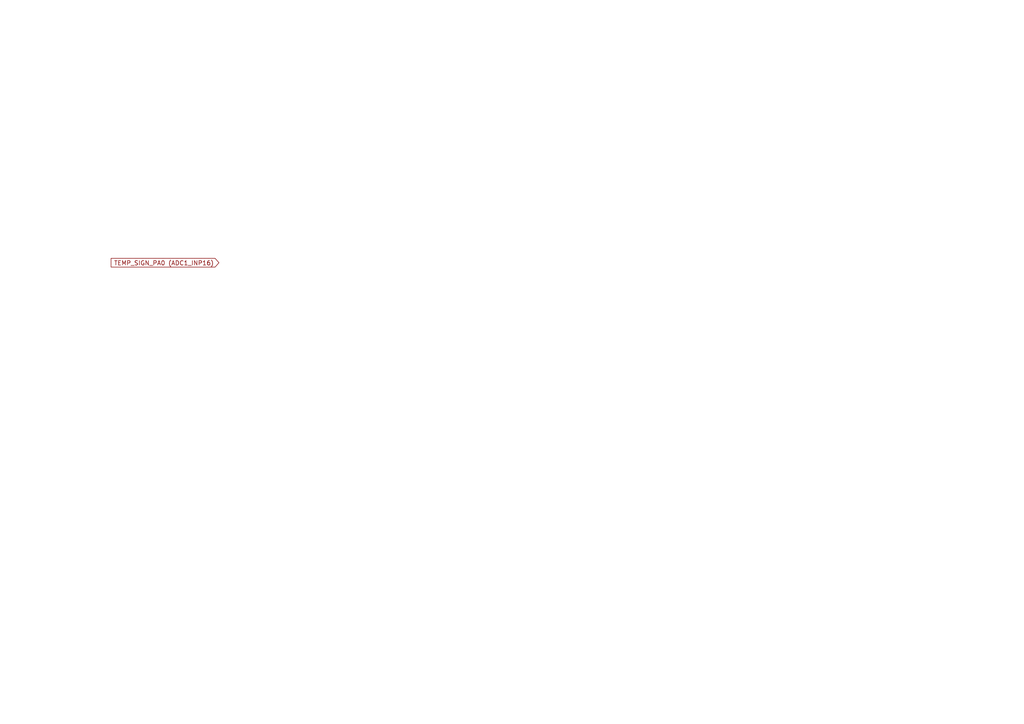
<source format=kicad_sch>
(kicad_sch
	(version 20250114)
	(generator "eeschema")
	(generator_version "9.0")
	(uuid "23c12695-7310-48a6-9ffc-13542a923e5c")
	(paper "A4")
	(lib_symbols)
	(global_label "TEMP_SIGN_PA0 (ADC1_INP16)"
		(shape input)
		(at 63.5 76.2 180)
		(fields_autoplaced yes)
		(effects
			(font
				(size 1.27 1.27)
			)
			(justify right)
		)
		(uuid "a65a7e96-db58-4649-843f-53ac2b828c8a")
		(property "Intersheetrefs" "${INTERSHEET_REFS}"
			(at 31.6677 76.2 0)
			(effects
				(font
					(size 1.27 1.27)
				)
				(justify right)
				(hide yes)
			)
		)
	)
)

</source>
